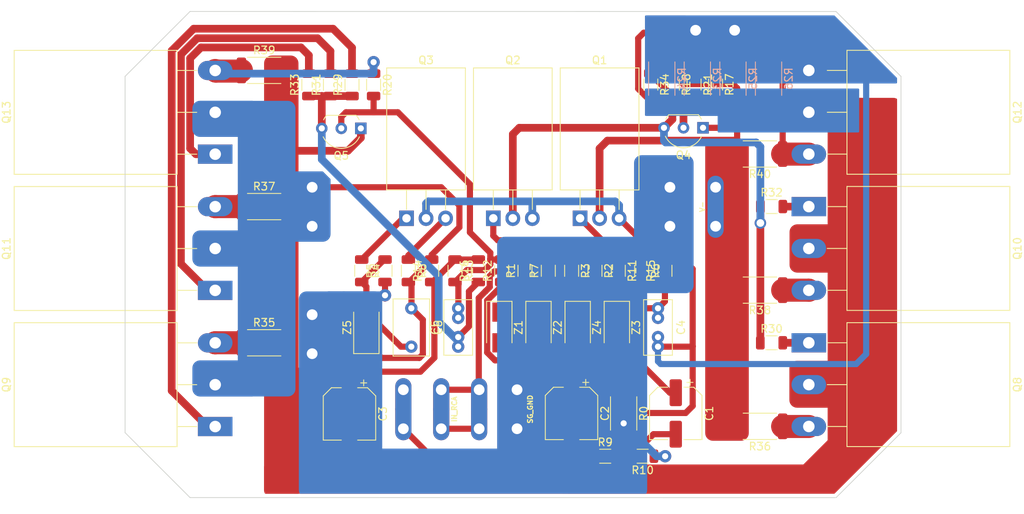
<source format=kicad_pcb>
(kicad_pcb (version 20211014) (generator pcbnew)
  (layers (0 "F.Cu" signal) (31 "B.Cu" signal) (34 "B.Paste" user) (35 "F.Paste" user) (36 "B.SilkS" user "B.Silkscreen") (37 "F.SilkS" user "F.Silkscreen") (38 "B.Mask" user) (39 "F.Mask" user) (44 "Edge.Cuts" user))
  (net 0 "")
  (net 1 "Net-(C1-Pad1)")
  (net 2 "Net-(C1-Pad2)")
  (net 3 "Net-(C2-Pad1)")
  (net 4 "Net-(C2-Pad2)")
  (net 5 "Net-(C3-Pad1)")
  (net 6 "/Common")
  (net 7 "/+Gate")
  (net 8 "Net-(C5-Pad2)")
  (net 9 "Net-(C6-Pad1)")
  (net 10 "Net-(C6-Pad2)")
  (net 11 "GND")
  (net 12 "Net-(IN+1-Pad1)")
  (net 13 "Net-(IN-1-Pad1)")
  (net 14 "Net-(Q1-Pad1)")
  (net 15 "Net-(Q1-Pad2)")
  (net 16 "Net-(Q1-Pad3)")
  (net 17 "Net-(Q2-Pad1)")
  (net 18 "/-Gate")
  (net 19 "Net-(Q3-Pad1)")
  (net 20 "Net-(Q3-Pad3)")
  (net 21 "Net-(Q4-Pad2)")
  (net 22 "Net-(Q8-Pad1)")
  (net 23 "Net-(Q8-Pad3)")
  (net 24 "Net-(Q9-Pad1)")
  (net 25 "Net-(Q9-Pad3)")
  (net 26 "Net-(Q10-Pad1)")
  (net 27 "Net-(Q10-Pad3)")
  (net 28 "Net-(Q11-Pad1)")
  (net 29 "Net-(Q11-Pad3)")
  (net 30 "/-Sense")
  (net 31 "Net-(Q13-Pad1)")
  (net 32 "/+Sense")
  (net 33 "Net-(R0-Pad1)")
  (net 34 "Net-(R1-Pad2)")
  (net 35 "Net-(Z1-Pad2)")
  (net 36 "Net-(Z3-Pad2)")
  (footprint "Package_TO_SOT_THT:TO-220-3_Horizontal_TabDown" (layer "F.Cu") (at 133.98 101.846329)
    (fp_text reference "Q2")
    (fp_text value "IRFP9610")
  )
  (footprint "Resistor_SMD:R_1206_3216Metric" (layer "F.Cu") (at 135.06769 108.683672 90)
    (fp_text reference "R12")
    (fp_text value "825")
  )
  (footprint "Resistor_SMD:R_1206_3216Metric" (layer "F.Cu") (at 132.033075 108.683672 90)
    (fp_text reference "R16")
    (fp_text value "1.5K")
  )
  (footprint "Resistor_SMD:R_1206_3216Metric" (layer "F.Cu") (at 156.31 108.683672 90)
    (fp_text reference "R15")
    (fp_text value "100K")
  )
  (footprint "Resistor_SMD:R_1206_3216Metric" (layer "F.Cu") (at 147.20615 108.683672 -90)
    (fp_text reference "R2")
    (fp_text value "100K")
  )
  (footprint "Resistor_SMD:R_1206_3216Metric" (layer "F.Cu") (at 157.28 84.4375 -90)
    (fp_text reference "R18")
    (fp_text value "392")
  )
  (footprint "Capacitor_THT:C_Rect_L7.2mm_W4.5mm_P5.00mm_FKS2_FKP2_MKS2_MKP2" (layer "F.Cu") (at 123.314978 113.564728 -90)
    (fp_text reference "C6")
    (fp_text value "47NF")
  )
  (footprint "Resistor_SMD:R_1206_3216Metric" (layer "F.Cu") (at 119.894615 108.683672 90)
    (fp_text reference "R5")
    (fp_text value "4.75K")
  )
  (footprint "Resistor_SMD:R_1206_3216Metric" (layer "F.Cu") (at 118.407214 84.4675 -90)
    (fp_text reference "R20")
    (fp_text value "1K")
  )
  (footprint "Resistor_SMD:R_1206_3216Metric" (layer "F.Cu") (at 144.171535 108.683672 -90)
    (fp_text reference "R3")
    (fp_text value "68.1K")
  )
  (footprint "Resistor_SMD:R_1206_3216Metric" (layer "F.Cu") (at 154.471392 84.4375 -90)
    (fp_text reference "R34")
    (fp_text value "221")
  )
  (footprint "Package_TO_SOT_THT:TO-220-3_Horizontal_TabDown" (layer "F.Cu") (at 145.27 101.846329)
    (fp_text reference "Q1")
    (fp_text value "IRFP9610")
  )
  (footprint "Package_TO_SOT_THT:TO-92L_Inline_Wide" (layer "F.Cu") (at 116.744303 90.136706 180)
    (fp_text reference "Q5")
    (fp_text value "ZTX450")
  )
  (footprint "Diode_SMD:D_SMA" (layer "F.Cu") (at 117.466407 116.064728 90)
    (fp_text reference "Z5")
    (fp_text value "9.1V")
  )
  (footprint "Resistor_SMD:R_1206_3216Metric" (layer "F.Cu") (at 116.86 108.683672 -90)
    (fp_text reference "R4")
    (fp_text value "221")
  )
  (footprint "Custom Library:Spade Conector 6.3mm TE_1217861" (layer "F.Cu") (at 162.901165 100.346063 90)
    (fp_text reference "V-")
    (fp_text value "Conn_01x01_Male" hide)
  )
  (footprint "Resistor_SMD:R_2512_6332Metric" (layer "F.Cu") (at 104.17 118.058666)
    (fp_text reference "R35")
    (fp_text value ".47/3W")
  )
  (footprint "Custom Library:Spade Conector 6.3mm TE_1217861" (layer "F.Cu") (at 156.96 100.346063 90)
    (fp_text reference "OUT_GND" hide)
    (fp_text value "Conn_01x01_Male" hide)
  )
  (footprint "Capacitor_SMD:CP_Elec_6.3x5.4_Nichicon" (layer "F.Cu") (at 157.719895 127.263672 -90)
    (fp_text reference "C1")
    (fp_text value "220uf")
  )
  (footprint "Custom Library:Spade Conector 6.3mm TE_1217861" (layer "F.Cu") (at 122.276647 126.713672 -90)
    (fp_text reference "IN-" hide)
    (fp_text value "Conn_01x01_Male" hide)
  )
  (footprint "Custom Library:Spade Conector 6.3mm TE_1217861" (layer "F.Cu") (at 137.07 126.713672 -90)
    (fp_text reference "SG_GND")
    (fp_text value "Conn_01x01_Male" hide)
  )
  (footprint "Custom Library:Spade Conector 6.3mm TE_1217861" (layer "F.Cu") (at 110.414079 100.346063 90)
    (fp_text reference "V+" hide)
    (fp_text value "Conn_01x01_Male" hide)
  )
  (footprint "Resistor_SMD:R_2512_6332Metric" (layer "F.Cu") (at 104.17 82.588666)
    (fp_text reference "R39")
    (fp_text value ".47/3W")
  )
  (footprint "Diode_SMD:D_SMA" (layer "F.Cu") (at 134.76212 116.064728 -90)
    (fp_text reference "Z1")
    (fp_text value "9.1V")
  )
  (footprint "Resistor_SMD:R_2512_6332Metric" (layer "F.Cu") (at 104.17 100.323666)
    (fp_text reference "R37")
    (fp_text value ".47/3W")
  )
  (footprint "Resistor_SMD:R_1206_3216Metric" (layer "F.Cu") (at 112.789999 84.4675 90)
    (fp_text reference "R31")
    (fp_text value "221")
  )
  (footprint "Resistor_SMD:R_1206_3216Metric" (layer "F.Cu") (at 153.27538 108.683672 -90)
    (fp_text reference "R6")
    (fp_text value "Adjust")
  )
  (footprint "Resistor_SMD:R_1206_3216Metric" (layer "F.Cu") (at 150.240765 108.683672 -90)
    (fp_text reference "R11")
    (fp_text value "221")
  )
  (footprint "Resistor_SMD:R_1206_3216Metric" (layer "F.Cu") (at 125.963845 108.683672 90)
    (fp_text reference "R14")
    (fp_text value "1.5K")
  )
  (footprint "Package_TO_SOT_THT:TO-220-3_Horizontal_TabDown" (layer "F.Cu") (at 122.69 101.846329)
    (fp_text reference "Q3")
    (fp_text value "IRFP9610")
  )
  (footprint "Resistor_SMD:R_1206_3216Metric" (layer "F.Cu") (at 170.18 118.06)
    (fp_text reference "R30")
    (fp_text value "221")
  )
  (footprint "Capacitor_THT:C_Rect_L7.0mm_W3.5mm_P2.50mm_P5.00mm" (layer "F.Cu") (at 129.413549 118.564728 90)
    (fp_text reference "C5")
    (fp_text value "1NF")
  )
  (footprint "Package_TO_SOT_THT:TO-247-3_Horizontal_TabDown" (layer "F.Cu") (at 97.8 111.233666 90)
    (fp_text reference "Q11")
    (fp_text value "IRFP240")
  )
  (footprint "Capacitor_SMD:CP_Elec_6.3x5.4_Nichicon" (layer "F.Cu") (at 144.157663 127.263672 -90)
    (fp_text reference "C2")
    (fp_text value "220uf")
  )
  (footprint "Resistor_SMD:R_1206_3216Metric" (layer "F.Cu") (at 160.099651 84.4375 -90)
    (fp_text reference "R21")
    (fp_text value "221")
  )
  (footprint "Resistor_SMD:R_2512_6332Metric" (layer "F.Cu") (at 168.665 111.205 180)
    (fp_text reference "R38")
    (fp_text value ".47/3W")
  )
  (footprint "Diode_SMD:D_SMA" (layer "F.Cu") (at 144.959262 116.064728 -90)
    (fp_text reference "Z4")
    (fp_text value "9.1V")
  )
  (footprint "Resistor_SMD:R_1206_3216Metric" (layer "F.Cu") (at 115.598606 84.4675 90)
    (fp_text reference "R29")
    (fp_text value "221")
  )
  (footprint "Package_TO_SOT_THT:TO-247-3_Horizontal_TabDown" (layer "F.Cu") (at 97.8 128.968666 90)
    (fp_text reference "Q9")
    (fp_text value "IRFP240")
  )
  (footprint "Resistor_SMD:R_2512_6332Metric" (layer "F.Cu") (at 168.665 128.94 180)
    (fp_text reference "R36")
    (fp_text value ".47/3W")
  )
  (footprint "Resistor_SMD:R_1206_3216Metric" (layer "F.Cu") (at 141.13692 108.683672 90)
    (fp_text reference "R7")
    (fp_text value "221")
  )
  (footprint "Resistor_SMD:R_1206_3216Metric" (layer "F.Cu") (at 109.981392 84.4675 90)
    (fp_text reference "R33")
    (fp_text value "221")
  )
  (footprint "Package_TO_SOT_THT:TO-247-3_Horizontal_TabDown" (layer "F.Cu") (at 175.03 82.59 -90)
    (fp_text reference "Q12")
    (fp_text value "IRFP240")
  )
  (footprint "Resistor_SMD:R_2512_6332Metric" (layer "F.Cu") (at 168.665 93.47 180)
    (fp_text reference "R40")
    (fp_text value ".47/3W")
  )
  (footprint "Capacitor_THT:C_Rect_L7.0mm_W3.5mm_P2.50mm_P5.00mm" (layer "F.Cu") (at 155.406407 113.564728 -90)
    (fp_text reference "C4")
    (fp_text value "10PF")
  )
  (footprint "Diode_SMD:D_SMA" (layer "F.Cu") (at 139.860691 116.064728 -90)
    (fp_text reference "Z2")
    (fp_text value "9.1V")
  )
  (footprint "Resistor_SMD:R_1206_3216Metric" (layer "F.Cu") (at 138.102305 108.683672 90)
    (fp_text reference "R1")
    (fp_text value "10K")
  )
  (footprint "Resistor_SMD:R_1206_3216Metric" (layer "F.Cu") (at 153.4125 132.833672 180)
    (fp_text reference "R10")
    (fp_text value "68.1k")
  )
  (footprint "Package_TO_SOT_THT:TO-247-3_Horizontal_TabDown" (layer "F.Cu") (at 175.03 100.325 -90)
    (fp_text reference "Q10")
    (fp_text value "IRFP240")
  )
  (footprint "Custom Library:Spade Conector 6.3mm TE_1217861" (layer "F.Cu") (at 132.138879 126.713672 -90)
    (fp_text reference "IN+" hide)
    (fp_text value "Conn_01x01_Male" hide)
  )
  (footprint "Resistor_SMD:R_1206_3216Metric" (layer "F.Cu") (at 170.19 100.315455)
    (fp_text reference "R32")
    (fp_text value "221")
  )
  (footprint "Package_TO_SOT_THT:TO-247-3_Horizontal_TabDown" (layer "F.Cu") (at 97.8 93.498666 90)
    (fp_text reference "Q13")
    (fp_text value "IRFP240")
  )
  (footprint "Resistor_SMD:R_1206_3216Metric" (layer "F.Cu") (at 128.99846 108.683672 -90)
    (fp_text reference "R13")
    (fp_text value "47.5K")
  )
  (footprint "Package_TO_SOT_THT:TO-247-3_Horizontal_TabDown" (layer "F.Cu") (at 175.03 118.06 -90)
    (fp_text reference "Q8")
    (fp_text value "IRFP240")
  )
  (footprint "Resistor_SMD:R_1206_3216Metric" (layer "F.Cu") (at 162.897214 84.4375 -90)
    (fp_text reference "R17")
    (fp_text value "392")
  )
  (footprint "Diode_SMD:D_SMA" (layer "F.Cu") (at 150.057833 116.064728 -90)
    (fp_text reference "Z3")
    (fp_text value "9.1V")
  )
  (footprint "Resistor_SMD:R_1206_3216Metric" (layer "F.Cu") (at 148.5425 132.833672)
    (fp_text reference "R9")
    (fp_text value "10k")
  )
  (footprint "Package_TO_SOT_THT:TO-92L_Inline_Wide" (layer "F.Cu") (at 161.264303 90.061711 180)
    (fp_text reference "Q4")
    (fp_text value "ZTX450")
  )
  (footprint "Custom Library:Spade Conector 6.3mm TE_1217861" (layer "F.Cu") (at 162.84 77.36)
    (fp_text reference "OUT" hide)
    (fp_text value "Conn_01x01_Male" hide)
  )
  (footprint "Resistor_SMD:R_2512_6332Metric" (layer "F.Cu") (at 150.938779 127.263672 -90)
    (fp_text reference "R0")
    (fp_text value "3/3W")
  )
  (footprint "Capacitor_SMD:CP_Elec_6.3x5.4_Nichicon" (layer "F.Cu") (at 115.27 127.325849 -90)
    (fp_text reference "C3")
    (fp_text value "220uf")
  )
  (footprint "Custom Library:Spade Conector 6.3mm TE_1217861" (layer "F.Cu") (at 127.207763 126.713672 -90)
    (fp_text reference "IN_RCA")
    (fp_text value "Conn_01x01_Male" hide)
  )
  (footprint "Custom Library:Spade Conector 6.3mm TE_1217861" (layer "F.Cu") (at 110.414079 116.94 90)
    (fp_text reference "GND" hide)
    (fp_text value "Conn_01x01_Male" hide)
  )
  (footprint "Resistor_SMD:R_1206_3216Metric" (layer "F.Cu") (at 122.92923 108.683672 -90)
    (fp_text reference "R8")
    (fp_text value "221")
  )
  (footprint "Resistor_SMD:R_2512_6332Metric" (layer "B.Cu") (at 160.528 83.66 90)
    (fp_text reference "R23")
    (fp_text value "0.47/3W")
  )
  (footprint "Resistor_SMD:R_2512_6332Metric" (layer "B.Cu") (at 169.79 83.66 90)
    (fp_text reference "R26")
    (fp_text value "0.47/3W")
  )
  (footprint "Resistor_SMD:R_2512_6332Metric" (layer "B.Cu") (at 165.159 83.66 90)
    (fp_text reference "R25")
    (fp_text value "0.47/3W")
  )
  (footprint "Resistor_SMD:R_2512_6332Metric" (layer "B.Cu") (at 155.897 83.66 90)
    (fp_text reference "R24")
    (fp_text value "0.47/3W")
  )
  (gr_line (start 178.57 74.92) (end 94.53 74.91) (layer "Edge.Cuts") (width 0.1))
  (gr_line (start 94.53 138.22) (end 86.08 129.77) (layer "Edge.Cuts") (width 0.1))
  (gr_line (start 86.08 83.36) (end 86.08 129.77) (layer "Edge.Cuts") (width 0.1))
  (gr_line (start 178.57 138.23) (end 187.02 129.78) (layer "Edge.Cuts") (width 0.1))
  (gr_line (start 94.53 74.91) (end 86.08 83.36) (layer "Edge.Cuts") (width 0.1))
  (gr_line (start 94.53 138.22) (end 178.57 138.23) (layer "Edge.Cuts") (width 0.1))
  (gr_line (start 187.02 129.78) (end 187.02 83.37) (layer "Edge.Cuts") (width 0.1))
  (gr_line (start 178.57 74.92) (end 187.02 83.37) (layer "Edge.Cuts") (width 0.1))
  (segment (start 152.418164 112.111836) (end 152.418164 113.531836) (width 0.8) (layer "F.Cu") (net 1))
  (segment (start 152.418164 113.531836) (end 152.385272 113.564728) (width 0.8) (layer "F.Cu") (net 1))
  (segment (start 157.719895 124.563672) (end 156.953672 124.563672) (width 0.8) (layer "F.Cu") (net 1))
  (segment (start 155.406407 114.814728) (end 155.406407 113.564728) (width 0.8) (layer "F.Cu") (net 1))
  (segment (start 152.418164 120.028164) (end 152.418164 113.531836) (width 0.8) (layer "F.Cu") (net 1))
  (segment (start 150.557833 113.564728) (end 152.385272 113.564728) (width 0.8) (layer "F.Cu") (net 1))
  (segment (start 152.418164 112.111836) (end 150.4525 110.146172) (width 0.8) (layer "F.Cu") (net 1))
  (segment (start 156.953672 124.563672) (end 152.418164 120.028164) (width 0.8) (layer "F.Cu") (net 1))
  (segment (start 155.406407 113.564728) (end 156.31 112.661135) (width 0.8) (layer "F.Cu") (net 1))
  (segment (start 156.31 112.661135) (end 156.31 110.146172) (width 0.8) (layer "F.Cu") (net 1))
  (segment (start 152.385272 113.564728) (end 155.406407 113.564728) (width 0.8) (layer "F.Cu") (net 1))
  (segment (start 150.005 132.833672) (end 151.95 132.833672) (width 1) (layer "F.Cu") (net 2))
  (segment (start 157.719895 129.963672) (end 154.82 129.963672) (width 0.8) (layer "F.Cu") (net 2))
  (segment (start 154.82 129.963672) (end 151.95 132.833672) (width 0.8) (layer "F.Cu") (net 2))
  (segment (start 135.06769 110.146172) (end 135.06769 110.67231) (width 0.8) (layer "F.Cu") (net 3))
  (segment (start 133.186202 112.553798) (end 133.186202 119.323183) (width 0.8) (layer "F.Cu") (net 3))
  (segment (start 133.186202 119.323183) (end 134.206691 120.343672) (width 0.8) (layer "F.Cu") (net 3))
  (segment (start 134.206691 120.343672) (end 139.063672 120.343672) (width 0.8) (layer "F.Cu") (net 3))
  (segment (start 135.06769 110.67231) (end 133.186202 112.553798) (width 0.8) (layer "F.Cu") (net 3))
  (segment (start 143.283672 124.563672) (end 139.063672 120.343672) (width 0.8) (layer "F.Cu") (net 3))
  (segment (start 144.157663 124.563672) (end 143.283672 124.563672) (width 0.8) (layer "F.Cu") (net 3))
  (segment (start 144.157663 127.492337) (end 144.157663 129.963672) (width 0.8) (layer "F.Cu") (net 4))
  (segment (start 159.004317 127.203672) (end 159.92 126.287989) (width 0.8) (layer "F.Cu") (net 4))
  (segment (start 153.75 85.9) (end 152.83 84.98) (width 0.8) (layer "F.Cu") (net 4))
  (segment (start 158.701172 107.221172) (end 156.31 107.221172) (width 0.8) (layer "F.Cu") (net 4))
  (segment (start 159.004317 127.203672) (end 144.446328 127.203672) (width 0.8) (layer "F.Cu") (net 4))
  (segment (start 159.92 108.44) (end 159.92 118.52) (width 0.8) (layer "F.Cu") (net 4))
  (segment (start 153.55 77.69) (end 163.9775 77.69) (width 0.8) (layer "F.Cu") (net 4))
  (segment (start 152.83 84.98) (end 152.83 78.41) (width 0.8) (layer "F.Cu") (net 4))
  (segment (start 154.471392 85.9) (end 153.75 85.9) (width 0.8) (layer "F.Cu") (net 4))
  (segment (start 159.92 118.52) (end 159.92 126.287989) (width 0.8) (layer "F.Cu") (net 4))
  (segment (start 152.83 78.41) (end 153.55 77.69) (width 0.8) (layer "F.Cu") (net 4))
  (segment (start 158.701172 107.221172) (end 159.92 108.44) (width 0.8) (layer "F.Cu") (net 4))
  (segment (start 155.406407 118.564728) (end 155.406407 117.314728) (width 0.8) (layer "F.Cu") (net 4))
  (segment (start 144.446328 127.203672) (end 144.157663 127.492337) (width 0.8) (layer "F.Cu") (net 4))
  (segment (start 155.406407 118.564728) (end 159.875272 118.564728) (width 0.8) (layer "F.Cu") (net 4))
  (segment (start 159.875272 118.564728) (end 159.92 118.52) (width 0.8) (layer "F.Cu") (net 4))
  (segment (start 155.76 120.83) (end 155.406407 120.476407) (width 0.8) (layer "B.Cu") (net 4))
  (segment (start 182.05 82.59) (end 175.03 82.59) (width 0.8) (layer "B.Cu") (net 4))
  (segment (start 182.49 119.53) (end 181.19 120.83) (width 0.8) (layer "B.Cu") (net 4))
  (segment (start 181.19 120.83) (end 155.76 120.83) (width 0.8) (layer "B.Cu") (net 4))
  (segment (start 155.406407 120.476407) (end 155.406407 118.564728) (width 0.8) (layer "B.Cu") (net 4))
  (segment (start 182.49 83.03) (end 182.05 82.59) (width 0.8) (layer "B.Cu") (net 4))
  (segment (start 182.49 83.03) (end 182.49 119.53) (width 0.8) (layer "B.Cu") (net 4))
  (segment (start 117.745314 121.823672) (end 124.497463 121.823672) (width 0.8) (layer "F.Cu") (net 5))
  (segment (start 124.497463 121.823672) (end 126.316407 120.004728) (width 0.8) (layer "F.Cu") (net 5))
  (segment (start 115.27 124.298986) (end 117.745314 121.823672) (width 0.8) (layer "F.Cu") (net 5))
  (segment (start 125.963845 110.146172) (end 126.34 110.522327) (width 0.8) (layer "F.Cu") (net 5))
  (segment (start 126.07346 110.146172) (end 128.99846 107.221172) (width 0.8) (layer "F.Cu") (net 5))
  (segment (start 128.99846 107.221172) (end 132.033075 107.221172) (width 0.8) (layer "F.Cu") (net 5))
  (segment (start 126.316407 120.004728) (end 126.316407 110.498734) (width 0.8) (layer "F.Cu") (net 5))
  (segment (start 107.1325 93.0575) (end 107.1325 118.058666) (width 3) (layer "F.Cu") (net 6))
  (segment (start 178.305 105.775) (end 178.97952 106.44952) (width 3) (layer "F.Cu") (net 6))
  (segment (start 179.3425 112.682) (end 179.3425 98.789) (width 1) (layer "F.Cu") (net 6))
  (segment (start 178.97952 122.91048) (end 178.38 123.51) (width 3) (layer "F.Cu") (net 6))
  (segment (start 116.744303 91.375697) (end 115.0625 93.0575) (width 1) (layer "F.Cu") (net 6))
  (segment (start 178.38 123.51) (end 175.03 123.51) (width 3) (layer "F.Cu") (net 6))
  (segment (start 174.941808 135.408192) (end 120.652343 135.408192) (width 3) (layer "F.Cu") (net 6))
  (segment (start 107.1325 82.588666) (end 107.1325 93.0575) (width 3) (layer "F.Cu") (net 6))
  (segment (start 120.652343 135.408192) (end 115.27 130.025849) (width 3) (layer "F.Cu") (net 6))
  (segment (start 107.1325 118.058666) (end 107.1325 121.888349) (width 3) (layer "F.Cu") (net 6))
  (segment (start 178.97952 122.91048) (end 178.97952 131.37048) (width 3) (layer "F.Cu") (net 6))
  (segment (start 115.0625 93.0575) (end 107.1325 93.0575) (width 1) (layer "F.Cu") (net 6))
  (segment (start 178.2 88.04) (end 178.97952 88.81952) (width 3) (layer "F.Cu") (net 6))
  (segment (start 178.97952 131.37048) (end 174.941808 135.408192) (width 3) (layer "F.Cu") (net 6))
  (segment (start 178.97952 88.81952) (end 178.97952 106.44952) (width 3) (layer "F.Cu") (net 6))
  (segment (start 107.1325 121.888349) (end 115.27 130.025849) (width 3) (layer "F.Cu") (net 6))
  (segment (start 175.03 88.04) (end 178.2 88.04) (width 3) (layer "F.Cu") (net 6))
  (segment (start 175.03 105.775) (end 178.305 105.775) (width 3) (layer "F.Cu") (net 6))
  (segment (start 178.97952 106.44952) (end 178.97952 122.91048) (width 3) (layer "F.Cu") (net 6))
  (segment (start 116.744303 90.136706) (end 116.744303 91.375697) (width 1) (layer "F.Cu") (net 6))
  (segment (start 130.81306 115.915216) (end 130.81306 111.366187) (width 0.8) (layer "F.Cu") (net 7))
  (segment (start 130.81306 111.366187) (end 132.033075 110.146172) (width 0.8) (layer "F.Cu") (net 7))
  (segment (start 130.614138 116.114138) (end 130.81306 115.915216) (width 0.8) (layer "F.Cu") (net 7))
  (segment (start 109.981392 85.93) (end 111.671009 85.93) (width 1) (layer "F.Cu") (net 7))
  (segment (start 129.413549 117.314728) (end 130.614138 116.114138) (width 0.8) (layer "F.Cu") (net 7))
  (segment (start 111.664303 90.136706) (end 111.664303 85.936706) (width 1) (layer "F.Cu") (net 7))
  (segment (start 129.413549 118.564728) (end 129.413549 117.314728) (width 0.8) (layer "F.Cu") (net 7))
  (segment (start 111.664303 85.936706) (end 111.671009 85.93) (width 1) (layer "F.Cu") (net 7))
  (segment (start 111.671009 85.93) (end 115.598607 85.93) (width 1) (layer "F.Cu") (net 7))
  (segment (start 111.664303 94.172154) (end 126.88 109.387851) (width 1) (layer "B.Cu") (net 7))
  (segment (start 111.664303 90.136706) (end 111.664303 94.172154) (width 1) (layer "B.Cu") (net 7))
  (segment (start 126.88 115.31653) (end 129.437142 117.873672) (width 1) (layer "B.Cu") (net 7))
  (segment (start 126.88 109.387851) (end 126.88 115.31653) (width 1) (layer "B.Cu") (net 7))
  (segment (start 133.59 107.153672) (end 133.6575 107.221172) (width 0.8) (layer "F.Cu") (net 8))
  (segment (start 114.204303 88.645697) (end 114.204303 90.136706) (width 0.8) (layer "F.Cu") (net 8))
  (segment (start 133.59 106.333672) (end 130.94 103.683672) (width 0.8) (layer "F.Cu") (net 8))
  (segment (start 130.554632 108.59) (end 128.99846 110.146172) (width 0.8) (layer "F.Cu") (net 8))
  (segment (start 121.571393 88.041393) (end 118.408607 88.041393) (width 0.8) (layer "F.Cu") (net 8))
  (segment (start 118.408607 88.041393) (end 114.808607 88.041393) (width 0.8) (layer "F.Cu") (net 8))
  (segment (start 129.437142 112.873672) (end 129.437142 110.584854) (width 0.8) (layer "F.Cu") (net 8))
  (segment (start 133.59 107.153672) (end 133.59 107.857256) (width 0.8) (layer "F.Cu") (net 8))
  (segment (start 132.857256 108.59) (end 130.554632 108.59) (width 0.8) (layer "F.Cu") (net 8))
  (segment (start 130.94 103.683672) (end 130.94 97.41) (width 0.8) (layer "F.Cu") (net 8))
  (segment (start 114.808607 88.041393) (end 114.204303 88.645697) (width 0.8) (layer "F.Cu") (net 8))
  (segment (start 118.407214 88.04) (end 118.408607 88.041393) (width 0.8) (layer "F.Cu") (net 8))
  (segment (start 118.407214 85.93) (end 118.407214 88.04) (width 0.8) (layer "F.Cu") (net 8))
  (segment (start 133.59 107.153672) (end 133.59 106.333672) (width 0.8) (layer "F.Cu") (net 8))
  (segment (start 129.437142 110.584854) (end 128.99846 110.146172) (width 0.8) (layer "F.Cu") (net 8))
  (segment (start 133.6575 107.221172) (end 135.06769 107.221172) (width 0.8) (layer "F.Cu") (net 8))
  (segment (start 129.413549 114.814728) (end 129.413549 113.564728) (width 0.8) (layer "F.Cu") (net 8))
  (segment (start 130.94 97.41) (end 121.571393 88.041393) (width 0.8) (layer "F.Cu") (net 8))
  (segment (start 133.59 107.857256) (end 132.857256 108.59) (width 0.8) (layer "F.Cu") (net 8))
  (segment (start 124.814489 115.064239) (end 124.814489 119.576646) (width 0.8) (layer "F.Cu") (net 9))
  (segment (start 119.432247 120.030568) (end 117.466407 118.064728) (width 0.8) (layer "F.Cu") (net 9))
  (segment (start 127.206063 97.806063) (end 110.414079 97.806063) (width 0.8) (layer "F.Cu") (net 9))
  (segment (start 124.360568 120.030568) (end 119.432247 120.030568) (width 0.8) (layer "F.Cu") (net 9))
  (segment (start 123.314978 113.564728) (end 124.814489 115.064239) (width 0.8) (layer "F.Cu") (net 9))
  (segment (start 125.963845 107.221172) (end 125.963845 106.616155) (width 0.8) (layer "F.Cu") (net 9))
  (segment (start 129.57 100.17) (end 127.206063 97.806063) (width 0.8) (layer "F.Cu") (net 9))
  (segment (start 123.038845 110.146172) (end 125.963845 107.221172) (width 0.8) (layer "F.Cu") (net 9))
  (segment (start 123.338571 112.873672) (end 123.338571 110.555513) (width 0.8) (layer "F.Cu") (net 9))
  (segment (start 123.338571 110.555513) (end 122.92923 110.146172) (width 0.8) (layer "F.Cu") (net 9))
  (segment (start 124.814489 119.576646) (end 124.360568 120.030568) (width 0.8) (layer "F.Cu") (net 9))
  (segment (start 129.57 103.01) (end 129.57 100.17) (width 0.8) (layer "F.Cu") (net 9))
  (segment (start 125.963845 106.616155) (end 129.57 103.01) (width 0.8) (layer "F.Cu") (net 9))
  (segment (start 123.314978 118.564728) (end 121.966407 118.564728) (width 0.8) (layer "F.Cu") (net 10))
  (segment (start 121.966407 118.564728) (end 117.466407 114.064728) (width 0.8) (layer "F.Cu") (net 10))
  (segment (start 117.466407 114.064728) (end 117.466407 110.752579) (width 0.8) (layer "F.Cu") (net 10))
  (segment (start 117.466407 110.752579) (end 116.86 110.146172) (width 0.8) (layer "F.Cu") (net 10))
  (segment (start 119.785 107.221172) (end 116.86 110.146172) (width 0.8) (layer "F.Cu") (net 10))
  (segment (start 150.938779 128.551221) (end 150.94 128.55) (width 0.8) (layer "F.Cu") (net 11))
  (segment (start 119.894615 110.146172) (end 119.894615 112.295385) (width 0.8) (layer "F.Cu") (net 11))
  (segment (start 154.875 132.833672) (end 156.336328 132.833672) (width 0.8) (layer "F.Cu") (net 11))
  (segment (start 150.938779 130.226172) (end 150.938779 128.551221) (width 1) (layer "F.Cu") (net 11))
  (via (at 119.894615 111.875385) (size 1.6) (drill 0.8) (layers "F.Cu" "B.Cu") (net 11))
  (via (at 150.94 128.55) (size 1.6) (drill 0.8) (layers "F.Cu" "B.Cu") (net 11))
  (via (at 156.336328 132.833672) (size 1.6) (drill 0.8) (layers "F.Cu" "B.Cu") (net 11))
  (segment (start 112.597186 111.87) (end 110.057186 114.41) (width 1) (layer "B.Cu") (net 11))
  (segment (start 156.336328 132.833672) (end 155.223672 132.833672) (width 1) (layer "B.Cu") (net 11))
  (segment (start 137.773672 128.55) (end 137.07 129.253672) (width 1) (layer "B.Cu") (net 11))
  (segment (start 155.223672 132.833672) (end 150.94 128.55) (width 1) (layer "B.Cu") (net 11))
  (segment (start 114.54 111.87) (end 112.597186 111.87) (width 1) (layer "B.Cu") (net 11))
  (segment (start 120.17 111.87) (end 114.54 111.87) (width 1) (layer "B.Cu") (net 11))
  (segment (start 138.102305 110.146172) (end 138.102305 109.075977) (width 0.8) (layer "F.Cu") (net 12))
  (segment (start 132.958149 111.36) (end 132.958149 111.361851) (width 0.8) (layer "F.Cu") (net 12))
  (segment (start 137.792299 108.765971) (end 134.119692 108.765971) (width 0.8) (layer "F.Cu") (net 12))
  (segment (start 132.138879 129.253672) (end 127.207763 129.253672) (width 0.8) (layer "F.Cu") (net 12))
  (segment (start 132.09 112.23) (end 132.09 124.124793) (width 0.8) (layer "F.Cu") (net 12))
  (segment (start 132.958149 111.361851) (end 132.09 112.23) (width 0.8) (layer "F.Cu") (net 12))
  (segment (start 133.52 110.798149) (end 132.958149 111.36) (width 0.8) (layer "F.Cu") (net 12))
  (segment (start 138.102305 109.075977) (end 137.792299 108.765971) (width 0.8) (layer "F.Cu") (net 12))
  (segment (start 133.52 109.365663) (end 133.52 110.798149) (width 0.8) (layer "F.Cu") (net 12))
  (segment (start 132.138879 124.173672) (end 127.207763 124.173672) (width 0.8) (layer "F.Cu") (net 12))
  (segment (start 134.119692 108.765971) (end 133.52 109.365663) (width 0.8) (layer "F.Cu") (net 12))
  (segment (start 125.856647 132.833672) (end 122.276647 129.253672) (width 0.8) (layer "F.Cu") (net 13))
  (segment (start 147.08 132.833672) (end 125.856647 132.833672) (width 0.8) (layer "F.Cu") (net 13))
  (segment (start 150.240765 107.221172) (end 150.240765 106.817094) (width 0.8) (layer "F.Cu") (net 14))
  (segment (start 150.240765 106.817094) (end 145.27 101.846329) (width 0.8) (layer "F.Cu") (net 14))
  (segment (start 153.165765 110.146172) (end 150.240765 107.221172) (width 0.8) (layer "F.Cu") (net 14))
  (segment (start 165.7025 91.7425) (end 165.7025 93.47) (width 0.8) (layer "F.Cu") (net 15))
  (segment (start 162.897214 82.975) (end 162.897214 84.1488) (width 1) (layer "F.Cu") (net 15))
  (segment (start 161.264303 90.061711) (end 165.626711 90.061711) (width 0.8) (layer "F.Cu") (net 15))
  (segment (start 165.7025 90.1375) (end 165.7025 91.7425) (width 0.8) (layer "F.Cu") (net 15))
  (segment (start 165.7025 90.1375) (end 165.7025 84.8925) (width 0.8) (layer "F.Cu") (net 15))
  (segment (start 147.81 92.75) (end 148.83 91.73) (width 1) (layer "F.Cu") (net 15))
  (segment (start 148.83 91.73) (end 165.69 91.73) (width 1) (layer "F.Cu") (net 15))
  (segment (start 165.7025 84.8925) (end 165.181711 84.371711) (width 0.8) (layer "F.Cu") (net 15))
  (segment (start 158.676711 84.371711) (end 157.28 82.975) (width 0.8) (layer "F.Cu") (net 15))
  (segment (start 165.69 91.73) (end 165.7025 91.7425) (width 1) (layer "F.Cu") (net 15))
  (segment (start 147.81 101.846329) (end 147.81 92.75) (width 1) (layer "F.Cu") (net 15))
  (segment (start 165.181711 84.371711) (end 158.676711 84.371711) (width 0.8) (layer "F.Cu") (net 15))
  (segment (start 165.626711 90.061711) (end 165.7025 90.1375) (width 0.8) (layer "F.Cu") (net 15))
  (segment (start 153.27538 107.221172) (end 153.27538 104.771709) (width 0.8) (layer "F.Cu") (net 16))
  (segment (start 153.27538 104.771709) (end 150.35 101.846329) (width 0.8) (layer "F.Cu") (net 16))
  (segment (start 139.06 101.846329) (end 139.06 100.226329) (width 1) (layer "B.Cu") (net 16))
  (segment (start 125.50952 99.646809) (end 125.23 99.926329) (width 1) (layer "B.Cu") (net 16))
  (segment (start 125.50952 99.646809) (end 149.84048 99.646809) (width 1) (layer "B.Cu") (net 16))
  (segment (start 150.35 100.156329) (end 149.84048 99.646809) (width 1) (layer "B.Cu") (net 16))
  (segment (start 125.23 99.926329) (end 125.23 101.846329) (width 1) (layer "B.Cu") (net 16))
  (segment (start 150.35 101.846329) (end 150.35 100.156329) (width 1) (layer "B.Cu") (net 16))
  (segment (start 141.13692 105.83692) (end 140.01 104.71) (width 0.8) (layer "F.Cu") (net 17))
  (segment (start 140.01 104.71) (end 134.57 104.71) (width 0.8) (layer "F.Cu") (net 17))
  (segment (start 134.57 104.71) (end 133.98 104.12) (width 0.8) (layer "F.Cu") (net 17))
  (segment (start 141.13692 107.221172) (end 141.13692 105.83692) (width 0.8) (layer "F.Cu") (net 17))
  (segment (start 133.98 104.12) (end 133.98 101.846329) (width 0.8) (layer "F.Cu") (net 17))
  (segment (start 137.358289 90.061711) (end 156.184303 90.061711) (width 1) (layer "F.Cu") (net 18))
  (segment (start 157.28 88.966014) (end 156.184303 90.061711) (width 1) (layer "F.Cu") (net 18))
  (segment (start 168.7275 102.4625) (end 168.7275 118.05) (width 1) (layer "F.Cu") (net 18))
  (segment (start 154.471392 83.091392) (end 157.28 85.9) (width 0.8) (layer "F.Cu") (net 18))
  (segment (start 136.52 101.846329) (end 136.52 90.9) (width 1) (layer "F.Cu") (net 18))
  (segment (start 136.52 90.9) (end 137.358289 90.061711) (width 1) (layer "F.Cu") (net 18))
  (segment (start 168.7275 100.315455) (end 168.7275 102.4625) (width 1) (layer "F.Cu") (net 18))
  (segment (start 157.28 85.9) (end 157.28 88.966014) (width 1) (layer "F.Cu") (net 18))
  (via (at 168.7275 102.4625) (size 1.5) (drill 1) (layers "F.Cu" "B.Cu") (net 18))
  (segment (start 156.4 91.97) (end 168.17 91.97) (width 1) (layer "B.Cu") (net 18))
  (segment (start 168.7275 102.4625) (end 168.7275 92.5275) (width 1) (layer "B.Cu") (net 18))
  (segment (start 156.184303 91.754303) (end 156.184303 90.061711) (width 1) (layer "B.Cu") (net 18))
  (segment (start 156.4 91.97) (end 156.184303 91.754303) (width 1) (layer "B.Cu") (net 18))
  (segment (start 168.17 91.97) (end 168.7275 92.5275) (width 1) (layer "B.Cu") (net 18))
  (segment (start 122.234843 101.846329) (end 116.86 107.221172) (width 0.8) (layer "F.Cu") (net 19))
  (segment (start 122.92923 106.687099) (end 127.508165 102.108165) (width 0.8) (layer "F.Cu") (net 20))
  (segment (start 122.92923 107.221172) (end 122.92923 106.687099) (width 0.8) (layer "F.Cu") (net 20))
  (segment (start 158.724303 87.275348) (end 160.099651 85.9) (width 1) (layer "F.Cu") (net 21))
  (segment (start 160.099651 85.9) (end 162.897214 85.9) (width 0.8) (layer "F.Cu") (net 21))
  (segment (start 158.724303 90.061711) (end 158.724303 87.275348) (width 1) (layer "F.Cu") (net 21))
  (segment (start 175.03 118.06) (end 171.6425 118.06) (width 1) (layer "F.Cu") (net 22))
  (segment (start 171.6475 128.96) (end 171.6275 128.94) (width 3) (layer "F.Cu") (net 23))
  (segment (start 175.03 128.96) (end 171.6475 128.96) (width 3) (layer "F.Cu") (net 23))
  (segment (start 113.13 77.16) (end 94.997272 77.16) (width 1) (layer "F.Cu") (net 24))
  (segment (start 115.598606 83.005) (end 115.598606 79.628606) (width 1) (layer "F.Cu") (net 24))
  (segment (start 94.997272 77.16) (end 92.14098 80.016292) (width 1) (layer "F.Cu") (net 24))
  (segment (start 92.140979 124.309645) (end 96.8 128.968666) (width 1) (layer "F.Cu") (net 24))
  (segment (start 115.598606 79.628606) (end 113.13 77.16) (width 1) (layer "F.Cu") (net 24))
  (segment (start 92.14098 80.016292) (end 92.140979 124.309645) (width 1) (layer "F.Cu") (net 24))
  (segment (start 101.2075 118.058666) (end 97.81 118.058666) (width 3) (layer "F.Cu") (net 25))
  (segment (start 97.81 118.058666) (end 97.8 118.068666) (width 3) (layer "F.Cu") (net 25))
  (segment (start 175.03 100.325) (end 171.662045 100.325) (width 1) (layer "F.Cu") (net 26))
  (segment (start 171.6275 111.205) (end 175.01 111.205) (width 3) (layer "F.Cu") (net 27))
  (segment (start 175.01 111.205) (end 175.03 111.225) (width 3) (layer "F.Cu") (net 27))
  (segment (start 95.454481 78.399155) (end 111.119155 78.399155) (width 1) (layer "F.Cu") (net 28))
  (segment (start 96.8 111.233666) (end 93.34049 107.774156) (width 1) (layer "F.Cu") (net 28))
  (segment (start 111.119155 78.399155) (end 112.789999 80.069999) (width 1) (layer "F.Cu") (net 28))
  (segment (start 112.789999 83.005) (end 112.789999 80.069999) (width 1) (layer "F.Cu") (net 28))
  (segment (start 93.34049 107.774156) (end 93.34049 80.513146) (width 1) (layer "F.Cu") (net 28))
  (segment (start 93.34049 80.513146) (end 95.454481 78.399155) (width 1) (layer "F.Cu") (net 28))
  (segment (start 97.81 100.323666) (end 97.8 100.333666) (width 3) (layer "F.Cu") (net 29))
  (segment (start 101.2075 100.323666) (end 97.81 100.323666) (width 3) (layer "F.Cu") (net 29))
  (segment (start 161.261671 81.81298) (end 171.06298 81.81298) (width 0.8) (layer "F.Cu") (net 30))
  (segment (start 171.6475 93.49) (end 171.6275 93.47) (width 3) (layer "F.Cu") (net 30))
  (segment (start 171.6275 82.3775) (end 171.6275 93.47) (width 0.8) (layer "F.Cu") (net 30))
  (segment (start 171.06298 81.81298) (end 171.6275 82.3775) (width 0.8) (layer "F.Cu") (net 30))
  (segment (start 160.099651 82.975) (end 161.261671 81.81298) (width 0.8) (layer "F.Cu") (net 30))
  (segment (start 175.03 93.49) (end 171.6475 93.49) (width 3) (layer "F.Cu") (net 30))
  (segment (start 109.981392 80.621392) (end 108.958666 79.598666) (width 1) (layer "F.Cu") (net 31))
  (segment (start 94.54 81.01) (end 94.54 92.75) (width 1) (layer "F.Cu") (net 31))
  (segment (start 94.54 92.75) (end 95.288666 93.498666) (width 1) (layer "F.Cu") (net 31))
  (segment (start 95.288666 93.498666) (end 97.8 93.498666) (width 1) (layer "F.Cu") (net 31))
  (segment (start 109.981392 83.005) (end 109.981392 80.621392) (width 1) (layer "F.Cu") (net 31))
  (segment (start 95.951334 79.598666) (end 94.54 81.01) (width 1) (layer "F.Cu") (net 31))
  (segment (start 108.958666 79.598666) (end 95.951334 79.598666) (width 1) (layer "F.Cu") (net 31))
  (segment (start 101.116655 82.679511) (end 97.880845 82.679511) (width 3) (layer "F.Cu") (net 32))
  (segment (start 97.880845 82.679511) (end 97.8 82.598666) (width 3) (layer "F.Cu") (net 32))
  (segment (start 118.407214 83.005) (end 118.407214 81.512786) (width 1) (layer "F.Cu") (net 32))
  (segment (start 101.2075 82.588666) (end 101.116655 82.679511) (width 3) (layer "F.Cu") (net 32))
  (via (at 118.407214 81.512786) (size 1.6) (drill 0.8) (layers "F.Cu" "B.Cu") (net 32))
  (segment (start 118.407214 82.932786) (end 118.335 83.005) (width 1) (layer "B.Cu") (net 32))
  (segment (start 98.206334 83.005) (end 118.335 83.005) (width 1) (layer "B.Cu") (net 32))
  (segment (start 118.407214 81.512786) (end 118.407214 82.932786) (width 1) (layer "B.Cu") (net 32))
  (segment (start 145.726172 110.146172) (end 145.726172 112.383828) (width 0.8) (layer "F.Cu") (net 33))
  (segment (start 144.959262 114.064728) (end 142.435272 114.064728) (width 0.8) (layer "F.Cu") (net 33))
  (segment (start 150.938779 123.048779) (end 150.938779 124.301172) (width 0.8) (layer "F.Cu") (net 33))
  (segment (start 144.959262 113.150738) (end 144.959262 114.064728) (width 0.8) (layer "F.Cu") (net 33))
  (segment (start 142.435272 114.064728) (end 142.435272 120.135272) (width 0.8) (layer "F.Cu") (net 33))
  (segment (start 142.435272 114.064728) (end 139.860691 114.064728) (width 0.8) (layer "F.Cu") (net 33))
  (segment (start 144.171535 110.146172) (end 145.726172 110.146172) (width 0.8) (layer "F.Cu") (net 33))
  (segment (start 143.75 121.45) (end 149.34 121.45) (width 0.8) (layer "F.Cu") (net 33))
  (segment (start 145.726172 110.146172) (end 147.20615 110.146172) (width 0.8) (layer "F.Cu") (net 33))
  (segment (start 145.726172 112.383828) (end 144.959262 113.150738) (width 0.8) (layer "F.Cu") (net 33))
  (segment (start 149.34 121.45) (end 150.938779 123.048779) (width 0.8) (layer "F.Cu") (net 33))
  (segment (start 142.435272 120.135272) (end 143.75 121.45) (width 0.8) (layer "F.Cu") (net 33))
  (segment (start 141.13692 110.146172) (end 139.464668 111.818424) (width 0.8) (layer "F.Cu") (net 34))
  (segment (start 142.762707 108.63) (end 144.171535 107.221172) (width 0.8) (layer "F.Cu") (net 34))
  (segment (start 138.102305 107.221172) (end 139.511133 108.63) (width 0.8) (layer "F.Cu") (net 34))
  (segment (start 141.13692 110.146172) (end 141.13692 108.90692) (width 0.8) (layer "F.Cu") (net 34))
  (segment (start 137.008424 111.818424) (end 134.76212 114.064728) (width 0.8) (layer "F.Cu") (net 34))
  (segment (start 140.86 108.63) (end 142.762707 108.63) (width 0.8) (layer "F.Cu") (net 34))
  (segment (start 139.464668 111.818424) (end 137.008424 111.818424) (width 0.8) (layer "F.Cu") (net 34))
  (segment (start 147.20615 107.221172) (end 144.171535 107.221172) (width 0.8) (layer "F.Cu") (net 34))
  (segment (start 141.13692 108.90692) (end 140.86 108.63) (width 0.8) (layer "F.Cu") (net 34))
  (segment (start 139.511133 108.63) (end 140.86 108.63) (width 0.8) (layer "F.Cu") (net 34))
  (segment (start 134.76212 118.064728) (end 139.860691 118.064728) (width 0.8) (layer "F.Cu") (net 35))
  (segment (start 144.959262 118.064728) (end 150.057833 118.064728) (width 0.8) (layer "F.Cu") (net 36))
  (zone (net 6) (net_name "/Common") (layer "F.Cu") (connect_pads yes (clearance 0.508)) (min_thickness 0.254) (fill yes (thermal_gap 0.508) (thermal_bridge_width 0.508) (smoothing fillet) (radius 1))
    (polygon (pts (xy 192.46 121.85) (xy 187.54 121.85) (xy 187.47 131.11) (xy 185.1 134.14) (xy 185.33 133.92) (xy 185.541305 133.594126) (xy 178.981305 139.424126) (xy 178.03 140.35) (xy 178.03 139.32) (xy 153.99 139.32) (xy 153.99 139.39) (xy 104.16 139.39) (xy 104.16 134.14) (xy 178.03 134.14) (xy 178.03 86.16) (xy 192.46 86.16)))
  )
  (zone (net 6) (net_name "/Common") (layer "F.Cu") (connect_pads yes (clearance 0.508)) (min_thickness 0.254) (fill yes (thermal_gap 0.508) (thermal_bridge_width 0.508) (smoothing fillet) (radius 1))
    (polygon (pts (xy 181.88 126.517205) (xy 172.5 126.517205) (xy 172.5 120.407205) (xy 181.88 120.407205)))
  )
  (zone (net 6) (net_name "/Common") (layer "F.Cu") (connect_pads yes (clearance 0.508)) (min_thickness 0.254) (fill yes (thermal_gap 0.508) (thermal_bridge_width 0.508) (smoothing fillet) (radius 1))
    (polygon (pts (xy 122.9 136.94) (xy 106.99 136.94) (xy 106.99 121.83) (xy 107.79 121.83)))
  )
  (zone (net 6) (net_name "/Common") (layer "F.Cu") (connect_pads yes (clearance 0.508)) (min_thickness 0.254) (fill yes (thermal_gap 0.508) (thermal_bridge_width 0.508) (smoothing fillet) (radius 1))
    (polygon (pts (xy 181.901508 108.922892) (xy 172.521508 108.922892) (xy 172.521508 102.632892) (xy 181.901508 102.632892)))
  )
  (zone (net 15) (net_name "Net-(Q1-Pad2)") (layer "F.Cu") (connect_pads yes (clearance 0.508)) (min_thickness 0.254) (fill yes (thermal_gap 0.508) (thermal_bridge_width 0.508) (smoothing fillet) (radius 1))
    (polygon (pts (xy 167.22 130.82) (xy 161.55 130.82) (xy 161.55 91.55) (xy 167.22 91.55)))
  )
  (zone (net 6) (net_name "/Common") (layer "F.Cu") (connect_pads yes (clearance 0.508)) (min_thickness 0.254) (fill yes (thermal_gap 0.508) (thermal_bridge_width 0.508) (smoothing fillet) (radius 1))
    (polygon (pts (xy 108.63 137.81) (xy 104.16 137.81) (xy 104.16 80.65) (xy 108.63 80.65)))
  )
  (zone (net 6) (net_name "/Common") (layer "F.Cu") (connect_pads yes (clearance 0.508)) (min_thickness 0.254) (fill yes (thermal_gap 0.508) (thermal_bridge_width 0.508) (smoothing fillet) (radius 1))
    (polygon (pts (xy 181.91 90.43) (xy 172.53 90.43) (xy 172.53 86.16) (xy 181.91 86.16)))
  )
  (zone (net 11) (net_name "GND") (layer "B.Cu") (connect_pads yes (clearance 0.508)) (min_thickness 0.254) (fill yes (thermal_gap 0.508) (thermal_bridge_width 0.508) (smoothing fillet) (radius 1))
    (polygon (pts (xy 154 138.77) (xy 134.48 138.77) (xy 118.03 138.77) (xy 115.25 138.91) (xy 108.68 138.91) (xy 108.68 111.37) (xy 119.53 111.37) (xy 119.53 131.84) (xy 134.48 131.84) (xy 134.48 104.25) (xy 154 104.25)))
  )
  (zone (net 6) (net_name "/Common") (layer "B.Cu") (connect_pads yes (clearance 0.508)) (min_thickness 0.254) (fill yes (thermal_gap 0.508) (thermal_bridge_width 0.508))
    (polygon (pts (xy 186.98 87.1) (xy 187.01 87.1) (xy 187.01 90.67) (xy 163.17 90.67) (xy 163.17 88.52) (xy 153.71 88.52) (xy 153.71 84.95) (xy 186.98 84.95)))
  )
  (zone (net 9) (net_name "Net-(C6-Pad1)") (layer "B.Cu") (connect_pads yes (clearance 0.508)) (min_thickness 0.254) (fill yes (thermal_gap 0.508) (thermal_bridge_width 0.508) (smoothing fillet) (radius 1))
    (polygon (pts (xy 102.7 86.55) (xy 108.24 86.55) (xy 108.24 95.74) (xy 112.81 95.74) (xy 112.81 104.9) (xy 108.24 104.9) (xy 108.24 125.05) (xy 102.7 125.05) (xy 102.7 125.06) (xy 94.83 125.06) (xy 94.83 120.35) (xy 100.74 120.35) (xy 100.74 108.138666) (xy 94.83 108.138666) (xy 94.83 103.428666) (xy 100.74 103.428666) (xy 100.74 91.25) (xy 94.83 91.25) (xy 94.83 86.54) (xy 102.7 86.54)))
  )
  (zone (net 11) (net_name "GND") (layer "B.Cu") (connect_pads yes (clearance 0.508)) (min_thickness 0.254) (fill yes (thermal_gap 0.508) (thermal_bridge_width 0.508) (smoothing fillet) (radius 1))
    (polygon (pts (xy 160.04 111.6) (xy 152.29 111.6) (xy 152.29 93.63) (xy 160.04 93.63)))
  )
  (zone (net 4) (net_name "Net-(C2-Pad2)") (layer "B.Cu") (connect_pads yes (clearance 0.508)) (min_thickness 0.254) (fill yes (thermal_gap 0.508) (thermal_bridge_width 0.508))
    (polygon (pts (xy 187.22 84.29) (xy 153.71 84.29) (xy 153.71 73.42) (xy 187.22 73.42)))
  )
)
</source>
